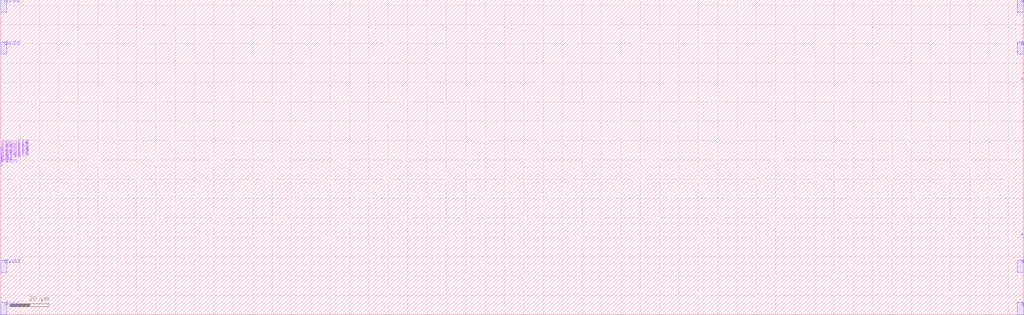
<source format=lef>
VERSION 5.7 ;
  NOWIREEXTENSIONATPIN ON ;
  DIVIDERCHAR "/" ;
  BUSBITCHARS "[]" ;
MACRO sar_10b
  CLASS BLOCK ;
  FOREIGN sar_10b ;
  ORIGIN 0.000 0.000 ;
  SIZE 527.820 BY 162.830 ;
  PIN result8
    DIRECTION OUTPUT ;
    USE SIGNAL ;
    PORT
      LAYER met3 ;
        RECT 0.000 85.765 0.150 86.065 ;
    END
  END result8
  PIN result9
    DIRECTION OUTPUT ;
    USE SIGNAL ;
    PORT
      LAYER met3 ;
        RECT 0.000 86.465 0.150 86.765 ;
    END
  END result9
  PIN result7
    DIRECTION OUTPUT ;
    USE SIGNAL ;
    PORT
      LAYER met3 ;
        RECT 0.000 85.065 0.150 85.365 ;
    END
  END result7
  PIN result6
    DIRECTION OUTPUT ;
    USE SIGNAL ;
    PORT
      LAYER met3 ;
        RECT 0.000 84.365 0.150 84.665 ;
    END
  END result6
  PIN result5
    DIRECTION OUTPUT ;
    USE SIGNAL ;
    PORT
      LAYER met3 ;
        RECT 0.000 83.665 0.150 83.965 ;
    END
  END result5
  PIN result4
    DIRECTION OUTPUT ;
    USE SIGNAL ;
    PORT
      LAYER met3 ;
        RECT 0.000 82.965 0.150 83.265 ;
    END
  END result4
  PIN rstn
    DIRECTION INPUT ;
    USE SIGNAL ;
    PORT
      LAYER met3 ;
        RECT 0.000 76.665 0.150 76.965 ;
    END
  END rstn
  PIN result3
    DIRECTION OUTPUT ;
    USE SIGNAL ;
    PORT
      LAYER met3 ;
        RECT 0.000 82.265 0.150 82.565 ;
    END
  END result3
  PIN result2
    DIRECTION OUTPUT ;
    USE SIGNAL ;
    PORT
      LAYER met3 ;
        RECT 0.000 81.565 0.150 81.865 ;
    END
  END result2
  PIN result1
    DIRECTION OUTPUT ;
    USE SIGNAL ;
    PORT
      LAYER met3 ;
        RECT 0.000 80.865 0.150 81.165 ;
    END
  END result1
  PIN result0
    DIRECTION OUTPUT ;
    USE SIGNAL ;
    PORT
      LAYER met3 ;
        RECT 0.000 80.165 0.150 80.465 ;
    END
  END result0
  PIN valid
    DIRECTION OUTPUT ;
    USE SIGNAL ;
    PORT
      LAYER met3 ;
        RECT 0.000 79.465 0.150 79.765 ;
    END
  END valid
  PIN cal
    DIRECTION INPUT ;
    USE SIGNAL ;
    PORT
      LAYER met3 ;
        RECT 0.000 78.765 0.150 79.065 ;
    END
  END cal
  PIN en
    DIRECTION INPUT ;
    USE SIGNAL ;
    PORT
      LAYER met3 ;
        RECT 0.000 78.065 0.150 78.365 ;
    END
  END en
  PIN clk
    DIRECTION INPUT ;
    USE SIGNAL ;
    PORT
      LAYER met3 ;
        RECT 0.000 77.365 0.150 77.665 ;
    END
  END clk
  PIN vinp
    DIRECTION INPUT ;
    USE SIGNAL ;
    PORT
      LAYER met3 ;
        RECT 526.920 121.475 527.820 122.275 ;
    END
  END vinp
  PIN vinn
    DIRECTION INPUT ;
    USE SIGNAL ;
    PORT
      LAYER met3 ;
        RECT 526.920 41.075 527.820 41.875 ;
    END
  END vinn
  PIN avdd
    DIRECTION INOUT ;
    USE POWER ;
    PORT
      LAYER met5 ;
        RECT 524.620 21.840 527.820 28.240 ;
    END
    PORT
      LAYER met5 ;
        RECT 524.620 134.590 527.820 140.990 ;
    END
  END avdd
  PIN avss
    DIRECTION INOUT ;
    USE GROUND ;
    PORT
      LAYER met5 ;
        RECT 524.620 0.000 527.820 6.400 ;
    END
    PORT
      LAYER met5 ;
        RECT 524.620 156.430 527.820 162.830 ;
    END
  END avss
  PIN dvdd
    DIRECTION INOUT ;
    USE POWER ;
    PORT
      LAYER met5 ;
        RECT 0.000 21.840 3.200 28.240 ;
    END
    PORT
      LAYER met5 ;
        RECT 0.000 134.590 3.200 140.990 ;
    END
  END dvdd
  PIN dvss
    DIRECTION INOUT ;
    USE GROUND ;
    PORT
      LAYER met5 ;
        RECT 0.000 0.000 3.200 6.400 ;
    END
    PORT
      LAYER met5 ;
        RECT 0.000 156.430 3.200 162.830 ;
    END
  END dvss
END sar_10b
END LIBRARY

</source>
